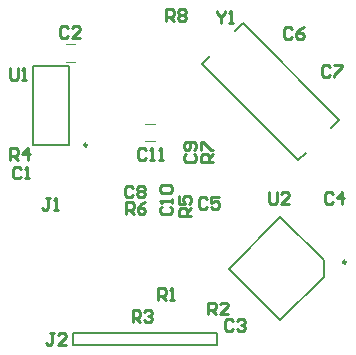
<source format=gbr>
%TF.GenerationSoftware,Altium Limited,Altium Designer,20.1.8 (145)*%
G04 Layer_Color=65535*
%FSLAX44Y44*%
%MOMM*%
%TF.SameCoordinates,BF84AABB-580B-4B44-99C5-09E2CFC6D698*%
%TF.FilePolarity,Positive*%
%TF.FileFunction,Legend,Top*%
%TF.Part,Single*%
G01*
G75*
%TA.AperFunction,NonConductor*%
%ADD43C,0.2540*%
%ADD50C,0.2500*%
%ADD51C,0.1524*%
%ADD52C,0.2000*%
%ADD53C,0.1270*%
%ADD54C,0.1016*%
D43*
X9992648Y10133946D02*
Y10143943D01*
X9997646D01*
X9999312Y10142277D01*
Y10138944D01*
X9997646Y10137278D01*
X9992648D01*
X9995980D02*
X9999312Y10133946D01*
X10002645Y10142277D02*
X10004311Y10143943D01*
X10007643D01*
X10009309Y10142277D01*
Y10140610D01*
X10007643Y10138944D01*
X10009309Y10137278D01*
Y10135612D01*
X10007643Y10133946D01*
X10004311D01*
X10002645Y10135612D01*
Y10137278D01*
X10004311Y10138944D01*
X10002645Y10140610D01*
Y10142277D01*
X10004311Y10138944D02*
X10007643D01*
X9975085Y10024583D02*
X9973419Y10026248D01*
X9970086D01*
X9968420Y10024583D01*
Y10017918D01*
X9970086Y10016252D01*
X9973419D01*
X9975085Y10017918D01*
X9978417Y10016252D02*
X9981749D01*
X9980083D01*
Y10026248D01*
X9978417Y10024583D01*
X9986747Y10016252D02*
X9990080D01*
X9988414D01*
Y10026248D01*
X9986747Y10024583D01*
X10035439Y10142716D02*
Y10141050D01*
X10038771Y10137718D01*
X10042103Y10141050D01*
Y10142716D01*
X10038771Y10137718D02*
Y10132719D01*
X10045435D02*
X10048768D01*
X10047101D01*
Y10142716D01*
X10045435Y10141050D01*
X10079669Y9989249D02*
Y9980918D01*
X10081335Y9979252D01*
X10084668D01*
X10086334Y9980918D01*
Y9989249D01*
X10096331Y9979252D02*
X10089666D01*
X10096331Y9985916D01*
Y9987582D01*
X10094664Y9989249D01*
X10091332D01*
X10089666Y9987582D01*
X9860336Y10093998D02*
Y10085668D01*
X9862001Y10084001D01*
X9865334D01*
X9867000Y10085668D01*
Y10093998D01*
X9870332Y10084001D02*
X9873665D01*
X9871998D01*
Y10093998D01*
X9870332Y10092332D01*
X10031884Y10015095D02*
X10021887D01*
Y10020094D01*
X10023553Y10021760D01*
X10026885D01*
X10028552Y10020094D01*
Y10015095D01*
Y10018428D02*
X10031884Y10021760D01*
X10021887Y10025092D02*
Y10031757D01*
X10023553D01*
X10030218Y10025092D01*
X10031884D01*
X9958170Y9970502D02*
Y9980499D01*
X9963168D01*
X9964834Y9978832D01*
Y9975500D01*
X9963168Y9973834D01*
X9958170D01*
X9961501D02*
X9964834Y9970502D01*
X9974830Y9980499D02*
X9971498Y9978832D01*
X9968166Y9975500D01*
Y9972168D01*
X9969832Y9970502D01*
X9973165D01*
X9974830Y9972168D01*
Y9973834D01*
X9973165Y9975500D01*
X9968166D01*
X10013112Y9969312D02*
X10003116D01*
Y9974310D01*
X10004782Y9975977D01*
X10008114D01*
X10009780Y9974310D01*
Y9969312D01*
Y9972644D02*
X10013112Y9975977D01*
X10003116Y9985973D02*
Y9979308D01*
X10008114D01*
X10006448Y9982641D01*
Y9984307D01*
X10008114Y9985973D01*
X10011447D01*
X10013112Y9984307D01*
Y9980975D01*
X10011447Y9979308D01*
X9860170Y10016501D02*
Y10026498D01*
X9865168D01*
X9866834Y10024832D01*
Y10021500D01*
X9865168Y10019834D01*
X9860170D01*
X9863502D02*
X9866834Y10016501D01*
X9875165D02*
Y10026498D01*
X9870166Y10021500D01*
X9876830D01*
X9963920Y9879252D02*
Y9889249D01*
X9968918D01*
X9970584Y9887582D01*
Y9884250D01*
X9968918Y9882584D01*
X9963920D01*
X9967252D02*
X9970584Y9879252D01*
X9973916Y9887582D02*
X9975582Y9889249D01*
X9978915D01*
X9980580Y9887582D01*
Y9885916D01*
X9978915Y9884250D01*
X9977249D01*
X9978915D01*
X9980580Y9882584D01*
Y9880918D01*
X9978915Y9879252D01*
X9975582D01*
X9973916Y9880918D01*
X10027919Y9885751D02*
Y9895748D01*
X10032918D01*
X10034584Y9894082D01*
Y9890750D01*
X10032918Y9889084D01*
X10027919D01*
X10031252D02*
X10034584Y9885751D01*
X10044581D02*
X10037916D01*
X10044581Y9892416D01*
Y9894082D01*
X10042914Y9895748D01*
X10039583D01*
X10037916Y9894082D01*
X9985585Y9897751D02*
Y9907748D01*
X9990584D01*
X9992250Y9906082D01*
Y9902750D01*
X9990584Y9901084D01*
X9985585D01*
X9988918D02*
X9992250Y9897751D01*
X9995582D02*
X9998915D01*
X9997249D01*
Y9907748D01*
X9995582Y9906082D01*
X9897366Y9869741D02*
X9894034D01*
X9895701D01*
Y9861410D01*
X9894034Y9859744D01*
X9892368D01*
X9890702Y9861410D01*
X9907363Y9859744D02*
X9900699D01*
X9907363Y9866409D01*
Y9868074D01*
X9905697Y9869741D01*
X9902365D01*
X9900699Y9868074D01*
X9894000Y9984249D02*
X9890668D01*
X9892334D01*
Y9975918D01*
X9890668Y9974252D01*
X9889001D01*
X9887335Y9975918D01*
X9897332Y9974252D02*
X9900665D01*
X9898998D01*
Y9984249D01*
X9897332Y9982582D01*
X9989026Y9977004D02*
X9987360Y9975338D01*
Y9972006D01*
X9989026Y9970340D01*
X9995690D01*
X9997357Y9972006D01*
Y9975338D01*
X9995690Y9977004D01*
X9997357Y9980336D02*
Y9983669D01*
Y9982003D01*
X9987360D01*
X9989026Y9980336D01*
Y9988667D02*
X9987360Y9990333D01*
Y9993666D01*
X9989026Y9995331D01*
X9995690D01*
X9997357Y9993666D01*
Y9990333D01*
X9995690Y9988667D01*
X9989026D01*
X10009139Y10021760D02*
X10007473Y10020094D01*
Y10016761D01*
X10009139Y10015095D01*
X10015804D01*
X10017470Y10016761D01*
Y10020094D01*
X10015804Y10021760D01*
Y10025092D02*
X10017470Y10026758D01*
Y10030091D01*
X10015804Y10031757D01*
X10009139D01*
X10007473Y10030091D01*
Y10026758D01*
X10009139Y10025092D01*
X10010806D01*
X10012471Y10026758D01*
Y10031757D01*
X9964584Y9993082D02*
X9962917Y9994749D01*
X9959586D01*
X9957919Y9993082D01*
Y9986418D01*
X9959586Y9984752D01*
X9962917D01*
X9964584Y9986418D01*
X9967916Y9993082D02*
X9969583Y9994749D01*
X9972914D01*
X9974581Y9993082D01*
Y9991416D01*
X9972914Y9989750D01*
X9974581Y9988084D01*
Y9986418D01*
X9972914Y9984752D01*
X9969583D01*
X9967916Y9986418D01*
Y9988084D01*
X9969583Y9989750D01*
X9967916Y9991416D01*
Y9993082D01*
X9969583Y9989750D02*
X9972914D01*
X10131084Y10095082D02*
X10129418Y10096749D01*
X10126085D01*
X10124420Y10095082D01*
Y10088418D01*
X10126085Y10086752D01*
X10129418D01*
X10131084Y10088418D01*
X10134416Y10096749D02*
X10141080D01*
Y10095082D01*
X10134416Y10088418D01*
Y10086752D01*
X10099084Y10127582D02*
X10097418Y10129249D01*
X10094086D01*
X10092419Y10127582D01*
Y10120918D01*
X10094086Y10119252D01*
X10097418D01*
X10099084Y10120918D01*
X10109081Y10129249D02*
X10105748Y10127582D01*
X10102416Y10124250D01*
Y10120918D01*
X10104082Y10119252D01*
X10107415D01*
X10109081Y10120918D01*
Y10122584D01*
X10107415Y10124250D01*
X10102416D01*
X10027084Y9983582D02*
X10025417Y9985248D01*
X10022086D01*
X10020419Y9983582D01*
Y9976918D01*
X10022086Y9975251D01*
X10025417D01*
X10027084Y9976918D01*
X10037081Y9985248D02*
X10030416D01*
Y9980250D01*
X10033748Y9981916D01*
X10035414D01*
X10037081Y9980250D01*
Y9976918D01*
X10035414Y9975251D01*
X10032083D01*
X10030416Y9976918D01*
X10133334Y9987832D02*
X10131667Y9989498D01*
X10128336D01*
X10126669Y9987832D01*
Y9981168D01*
X10128336Y9979501D01*
X10131667D01*
X10133334Y9981168D01*
X10141664Y9979501D02*
Y9989498D01*
X10136666Y9984500D01*
X10143331D01*
X10048834Y9880082D02*
X10047168Y9881749D01*
X10043835D01*
X10042170Y9880082D01*
Y9873418D01*
X10043835Y9871752D01*
X10047168D01*
X10048834Y9873418D01*
X10052166Y9880082D02*
X10053832Y9881749D01*
X10057164D01*
X10058831Y9880082D01*
Y9878416D01*
X10057164Y9876750D01*
X10055499D01*
X10057164D01*
X10058831Y9875084D01*
Y9873418D01*
X10057164Y9871752D01*
X10053832D01*
X10052166Y9873418D01*
X9909299Y10128290D02*
X9907633Y10129957D01*
X9904301D01*
X9902635Y10128290D01*
Y10121626D01*
X9904301Y10119960D01*
X9907633D01*
X9909299Y10121626D01*
X9919296Y10119960D02*
X9912632D01*
X9919296Y10126624D01*
Y10128290D01*
X9917630Y10129957D01*
X9914297D01*
X9912632Y10128290D01*
X9869250Y10009082D02*
X9867584Y10010748D01*
X9864252D01*
X9862585Y10009082D01*
Y10002418D01*
X9864252Y10000751D01*
X9867584D01*
X9869250Y10002418D01*
X9872582Y10000751D02*
X9875914D01*
X9874249D01*
Y10010748D01*
X9872582Y10009082D01*
D50*
X10144652Y9929873D02*
G03*
X10144652Y9929873I-1250J0D01*
G01*
X9925500Y10029000D02*
G03*
X9925500Y10029000I-1250J0D01*
G01*
D51*
X10125951Y9917371D02*
Y9931415D01*
X10045291Y9924393D02*
X10089132Y9968234D01*
Y9880552D02*
X10125951Y9917371D01*
X10045291Y9924393D02*
X10089132Y9880552D01*
Y9968234D02*
X10125951Y9931415D01*
X9879500Y10096000D02*
X9910500Y10096000D01*
X9879500Y10029000D02*
X9910500D01*
X9879500D02*
Y10096000D01*
X9910500Y10029000D02*
X9910500Y10096000D01*
D52*
X10022767Y10097688D02*
X10029308Y10104229D01*
X10050521Y10125442D02*
X10057062Y10131983D01*
X10132192Y10043771D02*
X10138733Y10050312D01*
X10104438Y10016017D02*
X10110979Y10022558D01*
X10057062Y10131982D02*
X10138733Y10050312D01*
X10022767Y10097688D02*
X10104438Y10016017D01*
D53*
X9913640Y9859662D02*
X10035560D01*
X9913640D02*
Y9869822D01*
X10035560D01*
Y9859662D02*
Y9869822D01*
D54*
X9974791Y10032250D02*
X9982791D01*
X9974791Y10046750D02*
X9982791D01*
X9907250Y10114250D02*
X9915250D01*
X9907250Y10099750D02*
X9915250D01*
%TF.MD5,2ba1b65f90759aa1866899a01ae5e72a*%
M02*

</source>
